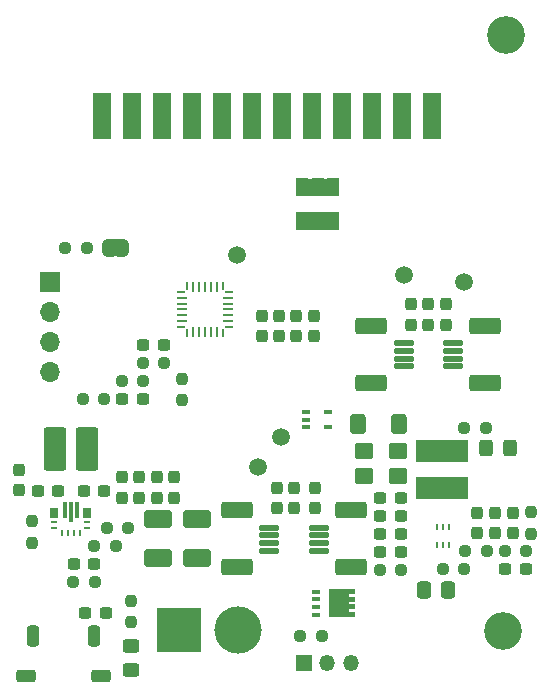
<source format=gts>
%TF.GenerationSoftware,KiCad,Pcbnew,9.0.0-9.0.0-2~ubuntu24.04.1*%
%TF.CreationDate,2025-02-26T14:58:08+01:00*%
%TF.ProjectId,SupplyBoard,53757070-6c79-4426-9f61-72642e6b6963,rev?*%
%TF.SameCoordinates,Original*%
%TF.FileFunction,Soldermask,Top*%
%TF.FilePolarity,Negative*%
%FSLAX46Y46*%
G04 Gerber Fmt 4.6, Leading zero omitted, Abs format (unit mm)*
G04 Created by KiCad (PCBNEW 9.0.0-9.0.0-2~ubuntu24.04.1) date 2025-02-26 14:58:08*
%MOMM*%
%LPD*%
G01*
G04 APERTURE LIST*
G04 Aperture macros list*
%AMRoundRect*
0 Rectangle with rounded corners*
0 $1 Rounding radius*
0 $2 $3 $4 $5 $6 $7 $8 $9 X,Y pos of 4 corners*
0 Add a 4 corners polygon primitive as box body*
4,1,4,$2,$3,$4,$5,$6,$7,$8,$9,$2,$3,0*
0 Add four circle primitives for the rounded corners*
1,1,$1+$1,$2,$3*
1,1,$1+$1,$4,$5*
1,1,$1+$1,$6,$7*
1,1,$1+$1,$8,$9*
0 Add four rect primitives between the rounded corners*
20,1,$1+$1,$2,$3,$4,$5,0*
20,1,$1+$1,$4,$5,$6,$7,0*
20,1,$1+$1,$6,$7,$8,$9,0*
20,1,$1+$1,$8,$9,$2,$3,0*%
%AMFreePoly0*
4,1,14,0.230680,0.111820,0.364320,-0.021820,0.377500,-0.053640,0.377500,-0.080000,0.364320,-0.111820,0.332500,-0.125000,-0.332500,-0.125000,-0.364320,-0.111820,-0.377500,-0.080000,-0.377500,0.080000,-0.364320,0.111820,-0.332500,0.125000,0.198860,0.125000,0.230680,0.111820,0.230680,0.111820,$1*%
%AMFreePoly1*
4,1,14,0.364320,0.111820,0.377500,0.080000,0.377500,0.053640,0.364320,0.021820,0.230680,-0.111820,0.198860,-0.125000,-0.332500,-0.125000,-0.364320,-0.111820,-0.377500,-0.080000,-0.377500,0.080000,-0.364320,0.111820,-0.332500,0.125000,0.332500,0.125000,0.364320,0.111820,0.364320,0.111820,$1*%
%AMFreePoly2*
4,1,14,0.111820,0.364320,0.125000,0.332500,0.125000,-0.332500,0.111820,-0.364320,0.080000,-0.377500,-0.080000,-0.377500,-0.111820,-0.364320,-0.125000,-0.332500,-0.125000,0.198860,-0.111820,0.230680,0.021820,0.364320,0.053640,0.377500,0.080000,0.377500,0.111820,0.364320,0.111820,0.364320,$1*%
%AMFreePoly3*
4,1,14,-0.021820,0.364320,0.111820,0.230680,0.125000,0.198860,0.125000,-0.332500,0.111820,-0.364320,0.080000,-0.377500,-0.080000,-0.377500,-0.111820,-0.364320,-0.125000,-0.332500,-0.125000,0.332500,-0.111820,0.364320,-0.080000,0.377500,-0.053640,0.377500,-0.021820,0.364320,-0.021820,0.364320,$1*%
%AMFreePoly4*
4,1,14,0.364320,0.111820,0.377500,0.080000,0.377500,-0.080000,0.364320,-0.111820,0.332500,-0.125000,-0.198860,-0.125000,-0.230680,-0.111820,-0.364320,0.021820,-0.377500,0.053640,-0.377500,0.080000,-0.364320,0.111820,-0.332500,0.125000,0.332500,0.125000,0.364320,0.111820,0.364320,0.111820,$1*%
%AMFreePoly5*
4,1,14,0.364320,0.111820,0.377500,0.080000,0.377500,-0.080000,0.364320,-0.111820,0.332500,-0.125000,-0.332500,-0.125000,-0.364320,-0.111820,-0.377500,-0.080000,-0.377500,-0.053640,-0.364320,-0.021820,-0.230680,0.111820,-0.198860,0.125000,0.332500,0.125000,0.364320,0.111820,0.364320,0.111820,$1*%
%AMFreePoly6*
4,1,14,0.111820,0.364320,0.125000,0.332500,0.125000,-0.198860,0.111820,-0.230680,-0.021820,-0.364320,-0.053640,-0.377500,-0.080000,-0.377500,-0.111820,-0.364320,-0.125000,-0.332500,-0.125000,0.332500,-0.111820,0.364320,-0.080000,0.377500,0.080000,0.377500,0.111820,0.364320,0.111820,0.364320,$1*%
%AMFreePoly7*
4,1,14,0.111820,0.364320,0.125000,0.332500,0.125000,-0.332500,0.111820,-0.364320,0.080000,-0.377500,0.053640,-0.377500,0.021820,-0.364320,-0.111820,-0.230680,-0.125000,-0.198860,-0.125000,0.332500,-0.111820,0.364320,-0.080000,0.377500,0.080000,0.377500,0.111820,0.364320,0.111820,0.364320,$1*%
%AMFreePoly8*
4,1,23,0.500000,-0.750000,0.000000,-0.750000,0.000000,-0.745722,-0.065263,-0.745722,-0.191342,-0.711940,-0.304381,-0.646677,-0.396677,-0.554381,-0.461940,-0.441342,-0.495722,-0.315263,-0.495722,-0.250000,-0.500000,-0.250000,-0.500000,0.250000,-0.495722,0.250000,-0.495722,0.315263,-0.461940,0.441342,-0.396677,0.554381,-0.304381,0.646677,-0.191342,0.711940,-0.065263,0.745722,0.000000,0.745722,
0.000000,0.750000,0.500000,0.750000,0.500000,-0.750000,0.500000,-0.750000,$1*%
%AMFreePoly9*
4,1,23,0.000000,0.745722,0.065263,0.745722,0.191342,0.711940,0.304381,0.646677,0.396677,0.554381,0.461940,0.441342,0.495722,0.315263,0.495722,0.250000,0.500000,0.250000,0.500000,-0.250000,0.495722,-0.250000,0.495722,-0.315263,0.461940,-0.441342,0.396677,-0.554381,0.304381,-0.646677,0.191342,-0.711940,0.065263,-0.745722,0.000000,-0.745722,0.000000,-0.750000,-0.500000,-0.750000,
-0.500000,0.750000,0.000000,0.750000,0.000000,0.745722,0.000000,0.745722,$1*%
%AMFreePoly10*
4,1,17,1.395000,0.765000,0.855000,0.765000,0.855000,0.535000,1.395000,0.535000,1.395000,0.115000,0.855000,0.115000,0.855000,-0.115000,1.395000,-0.115000,1.395000,-0.535000,0.855000,-0.535000,0.855000,-0.765000,1.395000,-0.765000,1.395000,-1.185000,-0.855000,-1.185000,-0.855000,1.185000,1.395000,1.185000,1.395000,0.765000,1.395000,0.765000,$1*%
G04 Aperture macros list end*
%ADD10C,0.000000*%
%ADD11RoundRect,0.237500X0.237500X-0.300000X0.237500X0.300000X-0.237500X0.300000X-0.237500X-0.300000X0*%
%ADD12RoundRect,0.237500X-0.237500X0.300000X-0.237500X-0.300000X0.237500X-0.300000X0.237500X0.300000X0*%
%ADD13RoundRect,0.237500X0.300000X0.237500X-0.300000X0.237500X-0.300000X-0.237500X0.300000X-0.237500X0*%
%ADD14RoundRect,0.100000X-0.225000X-0.100000X0.225000X-0.100000X0.225000X0.100000X-0.225000X0.100000X0*%
%ADD15FreePoly0,0.000000*%
%ADD16RoundRect,0.062500X-0.375000X-0.062500X0.375000X-0.062500X0.375000X0.062500X-0.375000X0.062500X0*%
%ADD17FreePoly1,0.000000*%
%ADD18FreePoly2,0.000000*%
%ADD19RoundRect,0.062500X-0.062500X-0.375000X0.062500X-0.375000X0.062500X0.375000X-0.062500X0.375000X0*%
%ADD20FreePoly3,0.000000*%
%ADD21FreePoly4,0.000000*%
%ADD22FreePoly5,0.000000*%
%ADD23FreePoly6,0.000000*%
%ADD24FreePoly7,0.000000*%
%ADD25RoundRect,0.237500X-0.250000X-0.237500X0.250000X-0.237500X0.250000X0.237500X-0.250000X0.237500X0*%
%ADD26R,1.000000X1.500000*%
%ADD27RoundRect,0.237500X-0.300000X-0.237500X0.300000X-0.237500X0.300000X0.237500X-0.300000X0.237500X0*%
%ADD28RoundRect,0.125000X-0.687500X-0.125000X0.687500X-0.125000X0.687500X0.125000X-0.687500X0.125000X0*%
%ADD29RoundRect,0.237500X0.250000X0.237500X-0.250000X0.237500X-0.250000X-0.237500X0.250000X-0.237500X0*%
%ADD30RoundRect,0.249999X1.075001X-0.450001X1.075001X0.450001X-1.075001X0.450001X-1.075001X-0.450001X0*%
%ADD31RoundRect,0.237500X-0.237500X0.250000X-0.237500X-0.250000X0.237500X-0.250000X0.237500X0.250000X0*%
%ADD32C,3.200000*%
%ADD33C,1.500000*%
%ADD34RoundRect,0.262500X0.562500X0.262500X-0.562500X0.262500X-0.562500X-0.262500X0.562500X-0.262500X0*%
%ADD35RoundRect,0.262500X0.262500X-0.637500X0.262500X0.637500X-0.262500X0.637500X-0.262500X-0.637500X0*%
%ADD36RoundRect,0.250000X0.537500X0.425000X-0.537500X0.425000X-0.537500X-0.425000X0.537500X-0.425000X0*%
%ADD37RoundRect,0.250001X-0.924999X0.499999X-0.924999X-0.499999X0.924999X-0.499999X0.924999X0.499999X0*%
%ADD38RoundRect,0.250000X0.450000X-0.325000X0.450000X0.325000X-0.450000X0.325000X-0.450000X-0.325000X0*%
%ADD39RoundRect,0.250000X0.337500X0.475000X-0.337500X0.475000X-0.337500X-0.475000X0.337500X-0.475000X0*%
%ADD40RoundRect,0.250000X0.325000X0.450000X-0.325000X0.450000X-0.325000X-0.450000X0.325000X-0.450000X0*%
%ADD41R,1.350000X1.350000*%
%ADD42O,1.350000X1.350000*%
%ADD43R,0.279400X0.609600*%
%ADD44RoundRect,0.237500X0.237500X-0.250000X0.237500X0.250000X-0.237500X0.250000X-0.237500X-0.250000X0*%
%ADD45RoundRect,0.250000X0.400000X0.600000X-0.400000X0.600000X-0.400000X-0.600000X0.400000X-0.600000X0*%
%ADD46R,1.700000X1.700000*%
%ADD47O,1.700000X1.700000*%
%ADD48FreePoly8,0.000000*%
%ADD49FreePoly9,0.000000*%
%ADD50R,3.800000X3.800000*%
%ADD51C,4.000000*%
%ADD52R,0.240000X0.599999*%
%ADD53R,0.599999X0.240000*%
%ADD54R,0.700001X0.850001*%
%ADD55R,0.349999X1.450000*%
%ADD56R,0.349999X1.799999*%
%ADD57RoundRect,0.105000X-0.245000X-0.105000X0.245000X-0.105000X0.245000X0.105000X-0.245000X0.105000X0*%
%ADD58FreePoly10,0.000000*%
%ADD59R,4.500000X1.900000*%
%ADD60RoundRect,0.250000X-0.700000X-1.600000X0.700000X-1.600000X0.700000X1.600000X-0.700000X1.600000X0*%
%ADD61R,1.500000X4.000000*%
G04 APERTURE END LIST*
%TO.C,JP5*%
G36*
X182471443Y-62664880D02*
G01*
X180871443Y-62664880D01*
X180871443Y-61164880D01*
X182471443Y-61164880D01*
X182471443Y-62664880D01*
G37*
%TO.C,JP6*%
G36*
X182471443Y-59833680D02*
G01*
X180871443Y-59833680D01*
X180871443Y-58333680D01*
X182471443Y-58333680D01*
X182471443Y-59833680D01*
G37*
%TO.C,JP7*%
G36*
X164394676Y-63419308D02*
G01*
X164694676Y-63419308D01*
X164694676Y-64919308D01*
X164394676Y-64919308D01*
X164394676Y-63419308D01*
G37*
D10*
%TO.C,U2*%
G36*
X159645756Y-86284959D02*
G01*
X159655136Y-86287804D01*
X159663780Y-86292427D01*
X159671357Y-86298645D01*
X159677574Y-86306222D01*
X159682195Y-86314865D01*
X159685040Y-86324246D01*
X159686000Y-86333999D01*
X159686000Y-86984000D01*
X159685040Y-86993754D01*
X159682195Y-87003134D01*
X159677574Y-87011778D01*
X159671357Y-87019355D01*
X159663780Y-87025573D01*
X159655136Y-87030195D01*
X159645756Y-87033040D01*
X159636000Y-87034000D01*
X159486000Y-87034000D01*
X159476246Y-87033040D01*
X159466866Y-87030195D01*
X159458223Y-87025573D01*
X159450646Y-87019355D01*
X159444428Y-87011778D01*
X159439808Y-87003134D01*
X159436963Y-86993754D01*
X159436000Y-86984000D01*
X159436000Y-86333999D01*
X159436963Y-86324246D01*
X159439808Y-86314865D01*
X159444428Y-86306222D01*
X159450646Y-86298645D01*
X159458223Y-86292427D01*
X159466866Y-86287804D01*
X159476246Y-86284959D01*
X159486000Y-86283999D01*
X159636000Y-86283999D01*
X159645756Y-86284959D01*
G37*
G36*
X159645753Y-86284959D02*
G01*
X159655134Y-86287804D01*
X159663777Y-86292424D01*
X159671354Y-86298642D01*
X159677572Y-86306219D01*
X159682195Y-86314863D01*
X159685040Y-86324243D01*
X159686000Y-86333999D01*
X159686000Y-86483999D01*
X159685040Y-86493752D01*
X159682195Y-86503133D01*
X159677572Y-86511776D01*
X159671354Y-86519353D01*
X159663777Y-86525571D01*
X159655134Y-86530191D01*
X159645753Y-86533036D01*
X159636000Y-86533999D01*
X159136001Y-86533999D01*
X159126247Y-86533036D01*
X159116867Y-86530191D01*
X159108223Y-86525571D01*
X159100646Y-86519353D01*
X159094429Y-86511776D01*
X159089806Y-86503133D01*
X159086961Y-86493752D01*
X159086001Y-86483999D01*
X159086001Y-86333999D01*
X159086961Y-86324243D01*
X159089806Y-86314863D01*
X159094429Y-86306219D01*
X159100646Y-86298642D01*
X159108223Y-86292424D01*
X159116867Y-86287804D01*
X159126247Y-86284959D01*
X159136001Y-86283999D01*
X159636000Y-86283999D01*
X159645753Y-86284959D01*
G37*
G36*
X159645753Y-86784963D02*
G01*
X159655134Y-86787808D01*
X159663777Y-86792429D01*
X159671354Y-86798646D01*
X159677572Y-86806223D01*
X159682195Y-86814867D01*
X159685040Y-86824247D01*
X159686000Y-86834001D01*
X159686000Y-86984000D01*
X159685040Y-86993757D01*
X159682195Y-87003137D01*
X159677572Y-87011780D01*
X159671354Y-87019357D01*
X159663777Y-87025575D01*
X159655134Y-87030195D01*
X159645753Y-87033040D01*
X159636000Y-87034000D01*
X159136001Y-87034000D01*
X159126247Y-87033040D01*
X159116867Y-87030195D01*
X159108223Y-87025575D01*
X159100646Y-87019357D01*
X159094429Y-87011780D01*
X159089806Y-87003137D01*
X159086961Y-86993757D01*
X159086001Y-86984000D01*
X159086001Y-86834001D01*
X159086961Y-86824247D01*
X159089806Y-86814867D01*
X159094429Y-86806223D01*
X159100646Y-86798646D01*
X159108223Y-86792429D01*
X159116867Y-86787808D01*
X159126247Y-86784963D01*
X159136001Y-86784001D01*
X159636000Y-86784001D01*
X159645753Y-86784963D01*
G37*
G36*
X162445753Y-86284959D02*
G01*
X162455133Y-86287804D01*
X162463777Y-86292424D01*
X162471354Y-86298642D01*
X162477571Y-86306219D01*
X162482194Y-86314863D01*
X162485039Y-86324243D01*
X162485999Y-86333999D01*
X162485999Y-86483999D01*
X162485039Y-86493752D01*
X162482194Y-86503133D01*
X162477571Y-86511776D01*
X162471354Y-86519353D01*
X162463777Y-86525571D01*
X162455133Y-86530191D01*
X162445753Y-86533036D01*
X162435999Y-86533999D01*
X161936000Y-86533999D01*
X161926247Y-86533036D01*
X161916866Y-86530191D01*
X161908223Y-86525571D01*
X161900646Y-86519353D01*
X161894428Y-86511776D01*
X161889805Y-86503133D01*
X161886960Y-86493752D01*
X161886000Y-86483999D01*
X161886000Y-86333999D01*
X161886960Y-86324243D01*
X161889805Y-86314863D01*
X161894428Y-86306219D01*
X161900646Y-86298642D01*
X161908223Y-86292424D01*
X161916866Y-86287804D01*
X161926247Y-86284959D01*
X161936000Y-86283999D01*
X162435999Y-86283999D01*
X162445753Y-86284959D01*
G37*
G36*
X162445753Y-86784963D02*
G01*
X162455133Y-86787808D01*
X162463777Y-86792429D01*
X162471354Y-86798646D01*
X162477571Y-86806223D01*
X162482194Y-86814867D01*
X162485039Y-86824247D01*
X162485999Y-86834001D01*
X162485999Y-86984000D01*
X162485039Y-86993757D01*
X162482194Y-87003137D01*
X162477571Y-87011780D01*
X162471354Y-87019357D01*
X162463777Y-87025575D01*
X162455133Y-87030195D01*
X162445753Y-87033040D01*
X162435999Y-87034000D01*
X161936000Y-87034000D01*
X161926247Y-87033040D01*
X161916866Y-87030195D01*
X161908223Y-87025575D01*
X161900646Y-87019357D01*
X161894428Y-87011780D01*
X161889805Y-87003137D01*
X161886960Y-86993757D01*
X161886000Y-86984000D01*
X161886000Y-86834001D01*
X161886960Y-86824247D01*
X161889805Y-86814867D01*
X161894428Y-86806223D01*
X161900646Y-86798646D01*
X161908223Y-86792429D01*
X161916866Y-86787808D01*
X161926247Y-86784963D01*
X161936000Y-86784001D01*
X162435999Y-86784001D01*
X162445753Y-86784963D01*
G37*
G36*
X162095754Y-86284959D02*
G01*
X162105134Y-86287804D01*
X162113777Y-86292427D01*
X162121354Y-86298645D01*
X162127572Y-86306222D01*
X162132192Y-86314865D01*
X162135037Y-86324246D01*
X162136000Y-86333999D01*
X162136000Y-86984000D01*
X162135037Y-86993754D01*
X162132192Y-87003134D01*
X162127572Y-87011778D01*
X162121354Y-87019355D01*
X162113777Y-87025573D01*
X162105134Y-87030195D01*
X162095754Y-87033040D01*
X162086000Y-87034000D01*
X161936000Y-87034000D01*
X161926244Y-87033040D01*
X161916864Y-87030195D01*
X161908220Y-87025573D01*
X161900643Y-87019355D01*
X161894426Y-87011778D01*
X161889805Y-87003134D01*
X161886960Y-86993754D01*
X161886000Y-86984000D01*
X161886000Y-86333999D01*
X161886960Y-86324246D01*
X161889805Y-86314865D01*
X161894426Y-86306222D01*
X161900643Y-86298645D01*
X161908220Y-86292427D01*
X161916864Y-86287804D01*
X161926244Y-86284959D01*
X161936000Y-86283999D01*
X162086000Y-86283999D01*
X162095754Y-86284959D01*
G37*
%TD*%
D11*
%TO.C,C26*%
X191058800Y-70712500D03*
X191058800Y-68987500D03*
%TD*%
D12*
%TO.C,C15*%
X195173600Y-86616200D03*
X195173600Y-88341200D03*
%TD*%
D13*
%TO.C,C36*%
X168654243Y-72390000D03*
X166929243Y-72390000D03*
%TD*%
D14*
%TO.C,U6*%
X180660000Y-78090000D03*
X180660000Y-78740000D03*
X180660000Y-79390000D03*
X182560000Y-79390000D03*
X182560000Y-78090000D03*
%TD*%
D11*
%TO.C,C8*%
X168050400Y-85353000D03*
X168050400Y-83628000D03*
%TD*%
D15*
%TO.C,U1*%
X170135743Y-67907880D03*
D16*
X170195743Y-68407880D03*
X170195743Y-68907880D03*
X170195743Y-69407880D03*
X170195743Y-69907880D03*
X170195743Y-70407880D03*
D17*
X170135743Y-70907880D03*
D18*
X170633243Y-71405380D03*
D19*
X171133243Y-71345380D03*
X171633243Y-71345380D03*
X172133243Y-71345380D03*
X172633243Y-71345380D03*
X173133243Y-71345380D03*
D20*
X173633243Y-71405380D03*
D21*
X174130743Y-70907880D03*
D16*
X174070743Y-70407880D03*
X174070743Y-69907880D03*
X174070743Y-69407880D03*
X174070743Y-68907880D03*
X174070743Y-68407880D03*
D22*
X174130743Y-67907880D03*
D23*
X173633243Y-67410380D03*
D19*
X173133243Y-67470380D03*
X172633243Y-67470380D03*
X172133243Y-67470380D03*
X171633243Y-67470380D03*
X171133243Y-67470380D03*
D24*
X170633243Y-67410380D03*
%TD*%
D25*
%TO.C,R9*%
X197510400Y-89865200D03*
X199335400Y-89865200D03*
%TD*%
D26*
%TO.C,JP5*%
X182971443Y-61914880D03*
X181671443Y-61914880D03*
X180371443Y-61914880D03*
%TD*%
D27*
%TO.C,C19*%
X186994800Y-88392000D03*
X188719800Y-88392000D03*
%TD*%
D28*
%TO.C,U5*%
X177566849Y-87873351D03*
X177566849Y-88523351D03*
X177566849Y-89173351D03*
X177566849Y-89823351D03*
X181791849Y-89823351D03*
X181791849Y-89173351D03*
X181791849Y-88523351D03*
X181791849Y-87873351D03*
%TD*%
D25*
%TO.C,R21*%
X160319776Y-64169308D03*
X162144776Y-64169308D03*
%TD*%
D11*
%TO.C,C25*%
X179700649Y-86236851D03*
X179700649Y-84511851D03*
%TD*%
D27*
%TO.C,C17*%
X186994800Y-85404000D03*
X188719800Y-85404000D03*
%TD*%
D13*
%TO.C,C29*%
X163715200Y-95123000D03*
X161990200Y-95123000D03*
%TD*%
D27*
%TO.C,C20*%
X186994800Y-89916000D03*
X188719800Y-89916000D03*
%TD*%
D29*
%TO.C,R17*%
X166928000Y-75488800D03*
X165103000Y-75488800D03*
%TD*%
D30*
%TO.C,R13*%
X195884800Y-75653600D03*
X195884800Y-70853600D03*
%TD*%
D31*
%TO.C,R1*%
X157509400Y-87340200D03*
X157509400Y-89165200D03*
%TD*%
D32*
%TO.C,REF\u002A\u002A*%
X197589800Y-46200000D03*
%TD*%
D29*
%TO.C,R25*%
X195893200Y-79424600D03*
X194068200Y-79424600D03*
%TD*%
D12*
%TO.C,C31*%
X179880243Y-69926080D03*
X179880243Y-71651080D03*
%TD*%
%TO.C,C23*%
X181457349Y-84511851D03*
X181457349Y-86236851D03*
%TD*%
D28*
%TO.C,U4*%
X188946300Y-72278600D03*
X188946300Y-72928600D03*
X188946300Y-73578600D03*
X188946300Y-74228600D03*
X193171300Y-74228600D03*
X193171300Y-73578600D03*
X193171300Y-72928600D03*
X193171300Y-72278600D03*
%TD*%
D29*
%TO.C,R4*%
X162816100Y-92518000D03*
X160991100Y-92518000D03*
%TD*%
D33*
%TO.C,TP1*%
X174879000Y-64770000D03*
%TD*%
D12*
%TO.C,C32*%
X178407043Y-69926080D03*
X178407043Y-71651080D03*
%TD*%
D11*
%TO.C,C6*%
X165104000Y-85353000D03*
X165104000Y-83628000D03*
%TD*%
D27*
%TO.C,C4*%
X161040000Y-90994000D03*
X162765000Y-90994000D03*
%TD*%
D11*
%TO.C,C7*%
X166556400Y-85353000D03*
X166556400Y-83628000D03*
%TD*%
D30*
%TO.C,R11*%
X186232800Y-75653600D03*
X186232800Y-70853600D03*
%TD*%
D25*
%TO.C,R5*%
X194184900Y-89890600D03*
X196009900Y-89890600D03*
%TD*%
D11*
%TO.C,C9*%
X169523600Y-85353000D03*
X169523600Y-83628000D03*
%TD*%
D25*
%TO.C,R19*%
X166879243Y-73914000D03*
X168704243Y-73914000D03*
%TD*%
D34*
%TO.C,SW1*%
X157009200Y-100457000D03*
X163309200Y-100457000D03*
D35*
X157609200Y-97082000D03*
X162709200Y-97082000D03*
%TD*%
D11*
%TO.C,C27*%
X178227449Y-86236851D03*
X178227449Y-84511851D03*
%TD*%
D36*
%TO.C,C22*%
X188447400Y-83515200D03*
X185572400Y-83515200D03*
%TD*%
D25*
%TO.C,R14*%
X180201700Y-97028000D03*
X182026700Y-97028000D03*
%TD*%
D29*
%TO.C,R2*%
X165660900Y-87895200D03*
X163835900Y-87895200D03*
%TD*%
D37*
%TO.C,C10*%
X171446000Y-87164600D03*
X171446000Y-90414600D03*
%TD*%
D32*
%TO.C,REF\u002A\u002A*%
X197400000Y-96600000D03*
%TD*%
D33*
%TO.C,TP7*%
X189026800Y-66522600D03*
%TD*%
D38*
%TO.C,D1*%
X165874200Y-99958000D03*
X165874200Y-97908000D03*
%TD*%
D12*
%TO.C,C33*%
X176943043Y-69926080D03*
X176943043Y-71651080D03*
%TD*%
D30*
%TO.C,R10*%
X174823849Y-91198351D03*
X174823849Y-86398351D03*
%TD*%
D39*
%TO.C,C16*%
X192729400Y-93192600D03*
X190654400Y-93192600D03*
%TD*%
D40*
%TO.C,D3*%
X197951200Y-81177200D03*
X195901200Y-81177200D03*
%TD*%
D11*
%TO.C,C28*%
X189585600Y-70712500D03*
X189585600Y-68987500D03*
%TD*%
D33*
%TO.C,TP9*%
X194056000Y-67056000D03*
%TD*%
D41*
%TO.C,SW2*%
X180479200Y-99314000D03*
D42*
X182479200Y-99314000D03*
X184479200Y-99314000D03*
%TD*%
D29*
%TO.C,R7*%
X188770900Y-91440000D03*
X186945900Y-91440000D03*
%TD*%
D43*
%TO.C,U3*%
X192803526Y-87871300D03*
X192303400Y-87871300D03*
X191803274Y-87871300D03*
X191803274Y-89369900D03*
X192303400Y-89369900D03*
X192803526Y-89369900D03*
%TD*%
D12*
%TO.C,C24*%
X192532000Y-68987500D03*
X192532000Y-70712500D03*
%TD*%
D44*
%TO.C,R8*%
X199745600Y-88388200D03*
X199745600Y-86563200D03*
%TD*%
D27*
%TO.C,C18*%
X186994800Y-86868000D03*
X188719800Y-86868000D03*
%TD*%
D31*
%TO.C,R18*%
X170228243Y-75287500D03*
X170228243Y-77112500D03*
%TD*%
D26*
%TO.C,JP6*%
X182971443Y-59083680D03*
X181671443Y-59083680D03*
X180371443Y-59083680D03*
%TD*%
D45*
%TO.C,D2*%
X188569600Y-79095600D03*
X185069600Y-79095600D03*
%TD*%
D29*
%TO.C,R3*%
X164594100Y-89419200D03*
X162769100Y-89419200D03*
%TD*%
D27*
%TO.C,C37*%
X165153000Y-76962000D03*
X166878000Y-76962000D03*
%TD*%
D13*
%TO.C,C35*%
X199289900Y-91346000D03*
X197564900Y-91346000D03*
%TD*%
D30*
%TO.C,R12*%
X184475849Y-91198351D03*
X184475849Y-86398351D03*
%TD*%
D46*
%TO.C,J2*%
X159004000Y-67056000D03*
D47*
X159004000Y-69596000D03*
X159004000Y-72136000D03*
X159004000Y-74676000D03*
%TD*%
D29*
%TO.C,R16*%
X163626000Y-76962000D03*
X161801000Y-76962000D03*
%TD*%
%TO.C,R6*%
X194104900Y-91414600D03*
X192279900Y-91414600D03*
%TD*%
D44*
%TO.C,R24*%
X165874200Y-95908500D03*
X165874200Y-94083500D03*
%TD*%
D48*
%TO.C,JP7*%
X163894676Y-64169308D03*
D49*
X165194676Y-64169308D03*
%TD*%
D12*
%TO.C,C12*%
X198221600Y-86616200D03*
X198221600Y-88341200D03*
%TD*%
D50*
%TO.C,J1*%
X169966000Y-96520000D03*
D51*
X174966000Y-96520000D03*
%TD*%
D13*
%TO.C,C5*%
X163578900Y-84745600D03*
X161853900Y-84745600D03*
%TD*%
D52*
%TO.C,U2*%
X160035999Y-88334000D03*
X160535998Y-88334000D03*
X161036000Y-88334000D03*
X161535998Y-88334000D03*
D53*
X162186000Y-87909000D03*
X162186000Y-87409001D03*
D54*
X162186000Y-86659000D03*
X162186000Y-86659000D03*
D55*
X161285999Y-86409000D03*
D56*
X160786000Y-86584001D03*
D55*
X160286001Y-86409000D03*
D54*
X159386000Y-86659000D03*
X159386000Y-86659000D03*
D53*
X159386000Y-87409001D03*
X159386000Y-87909000D03*
%TD*%
D33*
%TO.C,TP6*%
X176631349Y-82752351D03*
%TD*%
D12*
%TO.C,C30*%
X181353443Y-69926080D03*
X181353443Y-71651080D03*
%TD*%
D57*
%TO.C,Q1*%
X181534600Y-93309800D03*
X181534600Y-93959800D03*
X181534600Y-94609800D03*
X181534600Y-95259800D03*
D58*
X183489600Y-94284800D03*
%TD*%
D11*
%TO.C,C3*%
X156366400Y-84693700D03*
X156366400Y-82968700D03*
%TD*%
D59*
%TO.C,L2*%
X192227200Y-84531200D03*
X192227200Y-81431200D03*
%TD*%
D33*
%TO.C,TP8*%
X178536349Y-80212351D03*
%TD*%
D12*
%TO.C,C13*%
X196697600Y-86616200D03*
X196697600Y-88341200D03*
%TD*%
D36*
%TO.C,C21*%
X188447400Y-81356200D03*
X185572400Y-81356200D03*
%TD*%
D60*
%TO.C,L1*%
X159436000Y-81189600D03*
X162136000Y-81189600D03*
%TD*%
D37*
%TO.C,C11*%
X168148000Y-87169500D03*
X168148000Y-90419500D03*
%TD*%
D27*
%TO.C,C2*%
X157993100Y-84745600D03*
X159718100Y-84745600D03*
%TD*%
D61*
%TO.C,J3*%
X191390000Y-53000000D03*
X188850000Y-53000000D03*
X186310000Y-53000000D03*
X183770000Y-53000000D03*
X181230000Y-53000000D03*
X178690000Y-53000000D03*
X176150000Y-53000000D03*
X173610000Y-53000000D03*
X171070000Y-53000000D03*
X168530000Y-53000000D03*
X165990000Y-53000000D03*
X163450000Y-53000000D03*
%TD*%
M02*

</source>
